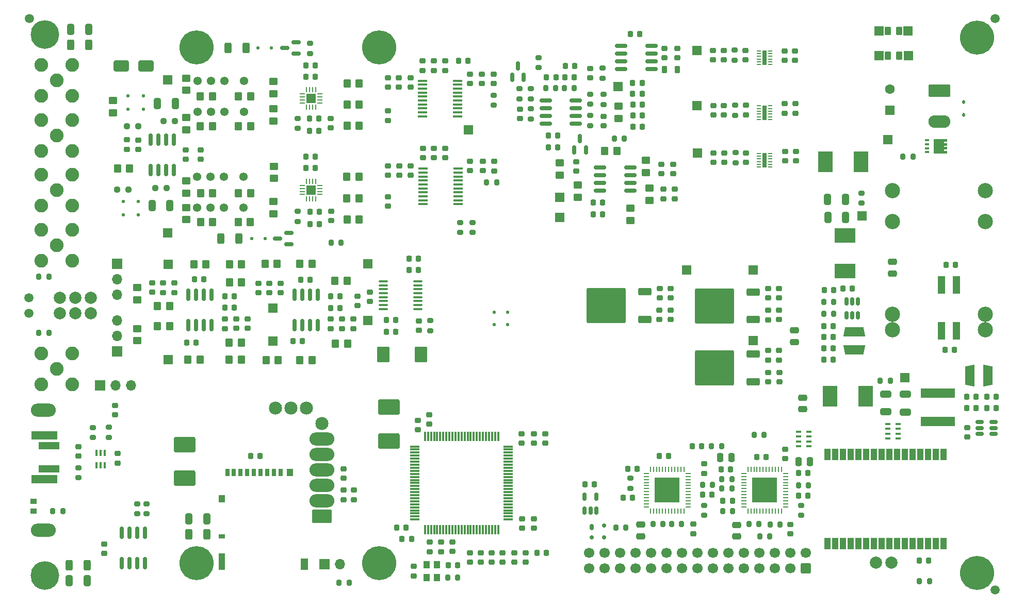
<source format=gts>
%TF.GenerationSoftware,KiCad,Pcbnew,8.0.8*%
%TF.CreationDate,2025-02-17T12:12:58+01:00*%
%TF.ProjectId,AD DA module,41442044-4120-46d6-9f64-756c652e6b69,rev?*%
%TF.SameCoordinates,Original*%
%TF.FileFunction,Soldermask,Top*%
%TF.FilePolarity,Negative*%
%FSLAX46Y46*%
G04 Gerber Fmt 4.6, Leading zero omitted, Abs format (unit mm)*
G04 Created by KiCad (PCBNEW 8.0.8) date 2025-02-17 12:12:58*
%MOMM*%
%LPD*%
G01*
G04 APERTURE LIST*
G04 Aperture macros list*
%AMRoundRect*
0 Rectangle with rounded corners*
0 $1 Rounding radius*
0 $2 $3 $4 $5 $6 $7 $8 $9 X,Y pos of 4 corners*
0 Add a 4 corners polygon primitive as box body*
4,1,4,$2,$3,$4,$5,$6,$7,$8,$9,$2,$3,0*
0 Add four circle primitives for the rounded corners*
1,1,$1+$1,$2,$3*
1,1,$1+$1,$4,$5*
1,1,$1+$1,$6,$7*
1,1,$1+$1,$8,$9*
0 Add four rect primitives between the rounded corners*
20,1,$1+$1,$2,$3,$4,$5,0*
20,1,$1+$1,$4,$5,$6,$7,0*
20,1,$1+$1,$6,$7,$8,$9,0*
20,1,$1+$1,$8,$9,$2,$3,0*%
%AMOutline4P*
0 Free polygon, 4 corners , with rotation*
0 The origin of the aperture is its center*
0 number of corners: always 4*
0 $1 to $8 corner X, Y*
0 $9 Rotation angle, in degrees counterclockwise*
0 create outline with 4 corners*
4,1,4,$1,$2,$3,$4,$5,$6,$7,$8,$1,$2,$9*%
%AMFreePoly0*
4,1,17,1.395000,0.765000,0.855000,0.765000,0.855000,0.535000,1.395000,0.535000,1.395000,0.115000,0.855000,0.115000,0.855000,-0.115000,1.395000,-0.115000,1.395000,-0.535000,0.855000,-0.535000,0.855000,-0.765000,1.395000,-0.765000,1.395000,-1.185000,-0.855000,-1.185000,-0.855000,1.185000,1.395000,1.185000,1.395000,0.765000,1.395000,0.765000,$1*%
G04 Aperture macros list end*
%ADD10RoundRect,0.200000X-0.275000X0.200000X-0.275000X-0.200000X0.275000X-0.200000X0.275000X0.200000X0*%
%ADD11RoundRect,0.225000X0.225000X0.250000X-0.225000X0.250000X-0.225000X-0.250000X0.225000X-0.250000X0*%
%ADD12RoundRect,0.225000X0.250000X-0.225000X0.250000X0.225000X-0.250000X0.225000X-0.250000X-0.225000X0*%
%ADD13RoundRect,0.225000X-0.250000X0.225000X-0.250000X-0.225000X0.250000X-0.225000X0.250000X0.225000X0*%
%ADD14RoundRect,0.250000X0.350000X0.450000X-0.350000X0.450000X-0.350000X-0.450000X0.350000X-0.450000X0*%
%ADD15RoundRect,0.250000X-0.350000X-0.450000X0.350000X-0.450000X0.350000X0.450000X-0.350000X0.450000X0*%
%ADD16R,1.000000X0.900000*%
%ADD17RoundRect,0.200000X0.200000X0.275000X-0.200000X0.275000X-0.200000X-0.275000X0.200000X-0.275000X0*%
%ADD18RoundRect,0.225000X-0.225000X-0.250000X0.225000X-0.250000X0.225000X0.250000X-0.225000X0.250000X0*%
%ADD19R,1.200000X3.000000*%
%ADD20RoundRect,0.100000X-0.675000X-0.100000X0.675000X-0.100000X0.675000X0.100000X-0.675000X0.100000X0*%
%ADD21RoundRect,0.200000X0.275000X-0.200000X0.275000X0.200000X-0.275000X0.200000X-0.275000X-0.200000X0*%
%ADD22RoundRect,0.112500X-0.112500X0.187500X-0.112500X-0.187500X0.112500X-0.187500X0.112500X0.187500X0*%
%ADD23RoundRect,0.150000X0.150000X-0.587500X0.150000X0.587500X-0.150000X0.587500X-0.150000X-0.587500X0*%
%ADD24RoundRect,0.250000X-0.325000X-0.650000X0.325000X-0.650000X0.325000X0.650000X-0.325000X0.650000X0*%
%ADD25RoundRect,0.250000X-0.312500X-0.625000X0.312500X-0.625000X0.312500X0.625000X-0.312500X0.625000X0*%
%ADD26R,2.413000X3.429000*%
%ADD27RoundRect,0.062500X0.062500X-0.375000X0.062500X0.375000X-0.062500X0.375000X-0.062500X-0.375000X0*%
%ADD28RoundRect,0.062500X0.375000X-0.062500X0.375000X0.062500X-0.375000X0.062500X-0.375000X-0.062500X0*%
%ADD29R,4.100000X4.100000*%
%ADD30RoundRect,0.250000X-0.450000X0.350000X-0.450000X-0.350000X0.450000X-0.350000X0.450000X0.350000X0*%
%ADD31RoundRect,0.250000X0.450000X-0.350000X0.450000X0.350000X-0.450000X0.350000X-0.450000X-0.350000X0*%
%ADD32RoundRect,0.062500X-0.375000X-0.062500X0.375000X-0.062500X0.375000X0.062500X-0.375000X0.062500X0*%
%ADD33RoundRect,0.062500X-0.062500X-0.375000X0.062500X-0.375000X0.062500X0.375000X-0.062500X0.375000X0*%
%ADD34R,1.600000X1.600000*%
%ADD35RoundRect,0.200000X-0.200000X-0.275000X0.200000X-0.275000X0.200000X0.275000X-0.200000X0.275000X0*%
%ADD36RoundRect,0.150000X0.825000X0.150000X-0.825000X0.150000X-0.825000X-0.150000X0.825000X-0.150000X0*%
%ADD37RoundRect,0.250000X-0.475000X0.250000X-0.475000X-0.250000X0.475000X-0.250000X0.475000X0.250000X0*%
%ADD38C,1.500000*%
%ADD39RoundRect,0.218750X-0.218750X-0.256250X0.218750X-0.256250X0.218750X0.256250X-0.218750X0.256250X0*%
%ADD40C,2.000000*%
%ADD41C,5.600000*%
%ADD42RoundRect,0.150000X-0.150000X0.825000X-0.150000X-0.825000X0.150000X-0.825000X0.150000X0.825000X0*%
%ADD43Outline4P,-1.500000X-0.725000X1.500000X-0.725000X1.800000X0.725000X-1.800000X0.725000X90.000000*%
%ADD44Outline4P,-1.800000X-0.725000X1.800000X-0.725000X1.500000X0.725000X-1.500000X0.725000X90.000000*%
%ADD45RoundRect,0.218750X0.256250X-0.218750X0.256250X0.218750X-0.256250X0.218750X-0.256250X-0.218750X0*%
%ADD46RoundRect,0.237500X0.250000X0.237500X-0.250000X0.237500X-0.250000X-0.237500X0.250000X-0.237500X0*%
%ADD47C,2.250000*%
%ADD48RoundRect,0.100000X-0.637500X-0.100000X0.637500X-0.100000X0.637500X0.100000X-0.637500X0.100000X0*%
%ADD49RoundRect,0.250000X0.250000X0.475000X-0.250000X0.475000X-0.250000X-0.475000X0.250000X-0.475000X0*%
%ADD50RoundRect,0.250000X0.325000X0.650000X-0.325000X0.650000X-0.325000X-0.650000X0.325000X-0.650000X0*%
%ADD51RoundRect,0.249999X1.500001X-1.025001X1.500001X1.025001X-1.500001X1.025001X-1.500001X-1.025001X0*%
%ADD52R,0.700000X0.250000*%
%ADD53R,0.640000X2.400000*%
%ADD54RoundRect,0.250000X-0.250000X-0.475000X0.250000X-0.475000X0.250000X0.475000X-0.250000X0.475000X0*%
%ADD55RoundRect,0.125000X0.125000X-0.125000X0.125000X0.125000X-0.125000X0.125000X-0.125000X-0.125000X0*%
%ADD56R,5.700000X1.600000*%
%ADD57RoundRect,0.175000X-0.175000X-0.325000X0.175000X-0.325000X0.175000X0.325000X-0.175000X0.325000X0*%
%ADD58RoundRect,0.150000X-0.200000X-0.150000X0.200000X-0.150000X0.200000X0.150000X-0.200000X0.150000X0*%
%ADD59R,1.100000X1.300000*%
%ADD60C,4.700000*%
%ADD61R,0.700000X1.200000*%
%ADD62R,1.000000X0.800000*%
%ADD63R,1.000000X1.200000*%
%ADD64R,1.000000X2.800000*%
%ADD65R,1.300000X1.900000*%
%ADD66R,1.066800X1.879600*%
%ADD67RoundRect,0.218750X0.218750X0.256250X-0.218750X0.256250X-0.218750X-0.256250X0.218750X-0.256250X0*%
%ADD68RoundRect,0.125000X-0.125000X0.125000X-0.125000X-0.125000X0.125000X-0.125000X0.125000X0.125000X0*%
%ADD69RoundRect,0.218750X0.218750X0.381250X-0.218750X0.381250X-0.218750X-0.381250X0.218750X-0.381250X0*%
%ADD70RoundRect,0.125000X-0.125000X-0.125000X0.125000X-0.125000X0.125000X0.125000X-0.125000X0.125000X0*%
%ADD71RoundRect,0.250000X0.312500X0.625000X-0.312500X0.625000X-0.312500X-0.625000X0.312500X-0.625000X0*%
%ADD72RoundRect,0.150000X0.150000X-0.825000X0.150000X0.825000X-0.150000X0.825000X-0.150000X-0.825000X0*%
%ADD73R,3.429000X2.413000*%
%ADD74RoundRect,0.150000X0.587500X0.150000X-0.587500X0.150000X-0.587500X-0.150000X0.587500X-0.150000X0*%
%ADD75R,0.900000X0.400000*%
%ADD76RoundRect,0.150000X0.150000X-0.512500X0.150000X0.512500X-0.150000X0.512500X-0.150000X-0.512500X0*%
%ADD77R,0.400000X1.000000*%
%ADD78RoundRect,0.250000X0.850000X0.350000X-0.850000X0.350000X-0.850000X-0.350000X0.850000X-0.350000X0*%
%ADD79RoundRect,0.249997X2.950003X2.650003X-2.950003X2.650003X-2.950003X-2.650003X2.950003X-2.650003X0*%
%ADD80RoundRect,0.250000X0.262500X0.450000X-0.262500X0.450000X-0.262500X-0.450000X0.262500X-0.450000X0*%
%ADD81RoundRect,0.250000X-0.650000X0.325000X-0.650000X-0.325000X0.650000X-0.325000X0.650000X0.325000X0*%
%ADD82RoundRect,0.105000X-0.245000X-0.105000X0.245000X-0.105000X0.245000X0.105000X-0.245000X0.105000X0*%
%ADD83FreePoly0,0.000000*%
%ADD84R,3.400000X1.250000*%
%ADD85R,4.300000X1.450000*%
%ADD86RoundRect,0.250000X0.787500X1.025000X-0.787500X1.025000X-0.787500X-1.025000X0.787500X-1.025000X0*%
%ADD87RoundRect,0.250000X1.000000X0.650000X-1.000000X0.650000X-1.000000X-0.650000X1.000000X-0.650000X0*%
%ADD88Outline4P,-1.500000X-0.725000X1.500000X-0.725000X1.800000X0.725000X-1.800000X0.725000X180.000000*%
%ADD89Outline4P,-1.800000X-0.725000X1.800000X-0.725000X1.500000X0.725000X-1.500000X0.725000X180.000000*%
%ADD90RoundRect,0.150000X0.512500X0.150000X-0.512500X0.150000X-0.512500X-0.150000X0.512500X-0.150000X0*%
%ADD91RoundRect,0.075000X0.075000X-0.725000X0.075000X0.725000X-0.075000X0.725000X-0.075000X-0.725000X0*%
%ADD92RoundRect,0.075000X0.725000X-0.075000X0.725000X0.075000X-0.725000X0.075000X-0.725000X-0.075000X0*%
%ADD93R,1.500000X1.500000*%
%ADD94R,1.700000X1.700000*%
%ADD95O,1.700000X1.700000*%
%ADD96RoundRect,0.101600X1.500000X0.975000X-1.500000X0.975000X-1.500000X-0.975000X1.500000X-0.975000X0*%
%ADD97O,4.103200X2.153200*%
%ADD98C,2.153200*%
%ADD99C,1.381000*%
%ADD100RoundRect,0.249999X-1.550001X0.790001X-1.550001X-0.790001X1.550001X-0.790001X1.550001X0.790001X0*%
%ADD101O,3.600000X2.080000*%
%ADD102C,2.500000*%
%ADD103C,1.600000*%
%ADD104RoundRect,0.250000X0.600000X-0.600000X0.600000X0.600000X-0.600000X0.600000X-0.600000X-0.600000X0*%
%ADD105C,1.700000*%
G04 APERTURE END LIST*
D10*
X95250000Y-15345000D03*
X95250000Y-16995000D03*
D11*
X132895000Y-58940000D03*
X131345000Y-58940000D03*
D12*
X111760000Y-77610000D03*
X111760000Y-76060000D03*
D11*
X28360000Y-56125000D03*
X26810000Y-56125000D03*
D13*
X82460000Y-90685000D03*
X82460000Y-92235000D03*
D11*
X61115000Y-54340000D03*
X59565000Y-54340000D03*
D14*
X55130000Y-35910000D03*
X53130000Y-35910000D03*
D15*
X53100000Y-28910000D03*
X55100000Y-28910000D03*
D11*
X159665000Y-65050000D03*
X158115000Y-65050000D03*
D12*
X65610000Y-25735000D03*
X65610000Y-24185000D03*
D15*
X29060000Y-20550000D03*
X31060000Y-20550000D03*
D11*
X111335000Y-73150000D03*
X109785000Y-73150000D03*
X62805000Y-86560000D03*
X61255000Y-86560000D03*
D16*
X1700000Y-82200000D03*
X1700000Y-83800000D03*
D11*
X101165000Y-5410000D03*
X99615000Y-5410000D03*
D12*
X40405000Y-47910000D03*
X40405000Y-46360000D03*
X104395000Y-52357500D03*
X104395000Y-50807500D03*
D15*
X22005000Y-50135000D03*
X24005000Y-50135000D03*
D13*
X54810000Y-48485000D03*
X54810000Y-50035000D03*
D12*
X124060000Y-62555000D03*
X124060000Y-61005000D03*
D14*
X41835000Y-58975000D03*
X39835000Y-58975000D03*
D12*
X18865000Y-24370000D03*
X18865000Y-22820000D03*
D11*
X132905000Y-57080000D03*
X131355000Y-57080000D03*
D17*
X114575000Y-73160000D03*
X112925000Y-73160000D03*
D14*
X53210000Y-56310000D03*
X51210000Y-56310000D03*
D15*
X53080000Y-32410000D03*
X55080000Y-32410000D03*
D18*
X111493000Y-81153000D03*
X113043000Y-81153000D03*
D19*
X153180000Y-46660000D03*
X150680000Y-46660000D03*
X150680000Y-54160000D03*
X153180000Y-54160000D03*
D20*
X65540000Y-13100000D03*
X65540000Y-13750000D03*
X65540000Y-14400000D03*
X65540000Y-15050000D03*
X65540000Y-15700000D03*
X65540000Y-16350000D03*
X65540000Y-17000000D03*
X65540000Y-17650000D03*
X65540000Y-18300000D03*
X65540000Y-18950000D03*
X71290000Y-18950000D03*
X71290000Y-18300000D03*
X71290000Y-17650000D03*
X71290000Y-17000000D03*
X71290000Y-16350000D03*
X71290000Y-15700000D03*
X71290000Y-15050000D03*
X71290000Y-14400000D03*
X71290000Y-13750000D03*
X71290000Y-13100000D03*
D21*
X45060000Y-36205000D03*
X45060000Y-34555000D03*
D17*
X4195000Y-45260000D03*
X2545000Y-45260000D03*
D15*
X22025000Y-53385000D03*
X24025000Y-53385000D03*
D18*
X93495000Y-35090000D03*
X95045000Y-35090000D03*
D13*
X77220000Y-12025000D03*
X77220000Y-13575000D03*
D12*
X124990000Y-26235000D03*
X124990000Y-24685000D03*
D18*
X127241000Y-81280000D03*
X128791000Y-81280000D03*
D22*
X154340000Y-16580000D03*
X154340000Y-18680000D03*
D23*
X80200000Y-12547500D03*
X82100000Y-12547500D03*
X81150000Y-10672500D03*
D12*
X90720000Y-27975000D03*
X90720000Y-26425000D03*
D18*
X93495000Y-33100000D03*
X95045000Y-33100000D03*
D24*
X22000000Y-16850000D03*
X24950000Y-16850000D03*
X7796000Y-4699000D03*
X10746000Y-4699000D03*
D18*
X100015000Y-17010000D03*
X101565000Y-17010000D03*
D14*
X35825000Y-43255000D03*
X33825000Y-43255000D03*
D13*
X68540000Y-88925000D03*
X68540000Y-90475000D03*
X59830000Y-27082500D03*
X59830000Y-28632500D03*
D25*
X7808500Y-7239000D03*
X10733500Y-7239000D03*
D12*
X52325000Y-53830000D03*
X52325000Y-52280000D03*
D13*
X118565000Y-17135000D03*
X118565000Y-18685000D03*
D26*
X132368000Y-64910000D03*
X138210000Y-64910000D03*
D27*
X102905500Y-83816500D03*
X103405500Y-83816500D03*
X103905500Y-83816500D03*
X104405500Y-83816500D03*
X104905500Y-83816500D03*
X105405500Y-83816500D03*
X105905500Y-83816500D03*
X106405500Y-83816500D03*
X106905500Y-83816500D03*
X107405500Y-83816500D03*
X107905500Y-83816500D03*
X108405500Y-83816500D03*
D28*
X109093000Y-83129000D03*
X109093000Y-82629000D03*
X109093000Y-82129000D03*
X109093000Y-81629000D03*
X109093000Y-81129000D03*
X109093000Y-80629000D03*
X109093000Y-80129000D03*
X109093000Y-79629000D03*
X109093000Y-79129000D03*
X109093000Y-78629000D03*
X109093000Y-78129000D03*
X109093000Y-77629000D03*
D27*
X108405500Y-76941500D03*
X107905500Y-76941500D03*
X107405500Y-76941500D03*
X106905500Y-76941500D03*
X106405500Y-76941500D03*
X105905500Y-76941500D03*
X105405500Y-76941500D03*
X104905500Y-76941500D03*
X104405500Y-76941500D03*
X103905500Y-76941500D03*
X103405500Y-76941500D03*
X102905500Y-76941500D03*
D28*
X102218000Y-77629000D03*
X102218000Y-78129000D03*
X102218000Y-78629000D03*
X102218000Y-79129000D03*
X102218000Y-79629000D03*
X102218000Y-80129000D03*
X102218000Y-80629000D03*
X102218000Y-81129000D03*
X102218000Y-81629000D03*
X102218000Y-82129000D03*
X102218000Y-82629000D03*
X102218000Y-83129000D03*
D29*
X105655500Y-80379000D03*
D18*
X154825000Y-66900000D03*
X156375000Y-66900000D03*
D12*
X9030000Y-74755000D03*
X9030000Y-73205000D03*
D11*
X148603000Y-91948000D03*
X147053000Y-91948000D03*
D17*
X124205000Y-85990000D03*
X122555000Y-85990000D03*
D13*
X85680000Y-71085000D03*
X85680000Y-72635000D03*
X77320000Y-26365000D03*
X77320000Y-27915000D03*
D12*
X24775000Y-47890000D03*
X24775000Y-46340000D03*
D30*
X102150000Y-26200000D03*
X102150000Y-28200000D03*
D17*
X122491000Y-88011000D03*
X120841000Y-88011000D03*
D12*
X124905000Y-9735000D03*
X124905000Y-8185000D03*
D13*
X109982000Y-85966000D03*
X109982000Y-87516000D03*
X122230000Y-61025000D03*
X122230000Y-62575000D03*
D12*
X104740000Y-28355000D03*
X104740000Y-26805000D03*
D31*
X41080000Y-19710000D03*
X41080000Y-17710000D03*
D14*
X47395000Y-43155000D03*
X45395000Y-43155000D03*
D32*
X45785000Y-30290000D03*
X45785000Y-30790000D03*
X45785000Y-31290000D03*
X45785000Y-31790000D03*
D33*
X46472500Y-32477500D03*
X46972500Y-32477500D03*
X47472500Y-32477500D03*
X47972500Y-32477500D03*
D32*
X48660000Y-31790000D03*
X48660000Y-31290000D03*
X48660000Y-30790000D03*
X48660000Y-30290000D03*
D33*
X47972500Y-29602500D03*
X47472500Y-29602500D03*
X46972500Y-29602500D03*
X46472500Y-29602500D03*
D34*
X47222500Y-31040000D03*
D35*
X111443000Y-79502000D03*
X113093000Y-79502000D03*
D15*
X53125000Y-17010000D03*
X55125000Y-17010000D03*
D17*
X108013000Y-85979000D03*
X106363000Y-85979000D03*
D36*
X103080000Y-11180000D03*
X103080000Y-9910000D03*
X103080000Y-8640000D03*
X103080000Y-7370000D03*
X98130000Y-7370000D03*
X98130000Y-8640000D03*
X98130000Y-9910000D03*
X98130000Y-11180000D03*
D11*
X100755000Y-76870000D03*
X99205000Y-76870000D03*
D13*
X122210000Y-47245000D03*
X122210000Y-48795000D03*
D36*
X90695000Y-20150000D03*
X90695000Y-18880000D03*
X90695000Y-17610000D03*
X90695000Y-16340000D03*
X85745000Y-16340000D03*
X85745000Y-17610000D03*
X85745000Y-18880000D03*
X85745000Y-20150000D03*
D37*
X117070000Y-86080000D03*
X117070000Y-87980000D03*
D38*
X1016000Y-2921000D03*
D15*
X35290000Y-15640000D03*
X37290000Y-15640000D03*
D39*
X84282500Y-90650000D03*
X85857500Y-90650000D03*
D40*
X6000000Y-51270000D03*
X8540000Y-51270000D03*
X11080000Y-51270000D03*
X6000000Y-48730000D03*
X8540000Y-48730000D03*
X11080000Y-48730000D03*
D38*
X920000Y-51270000D03*
X920000Y-48730000D03*
D23*
X90420000Y-24487500D03*
X92320000Y-24487500D03*
X91370000Y-22612500D03*
D30*
X90990000Y-30260000D03*
X90990000Y-32260000D03*
X99590000Y-34040000D03*
X99590000Y-36040000D03*
D14*
X55125000Y-20510000D03*
X53125000Y-20510000D03*
D41*
X58400000Y-92400000D03*
D20*
X65610000Y-27550000D03*
X65610000Y-28200000D03*
X65610000Y-28850000D03*
X65610000Y-29500000D03*
X65610000Y-30150000D03*
X65610000Y-30800000D03*
X65610000Y-31450000D03*
X65610000Y-32100000D03*
X65610000Y-32750000D03*
X65610000Y-33400000D03*
X71360000Y-33400000D03*
X71360000Y-32750000D03*
X71360000Y-32100000D03*
X71360000Y-31450000D03*
X71360000Y-30800000D03*
X71360000Y-30150000D03*
X71360000Y-29500000D03*
X71360000Y-28850000D03*
X71360000Y-28200000D03*
X71360000Y-27550000D03*
D13*
X13270000Y-89205000D03*
X13270000Y-90755000D03*
D42*
X24695000Y-22805000D03*
X23425000Y-22805000D03*
X22155000Y-22805000D03*
X20885000Y-22805000D03*
X20885000Y-27755000D03*
X22155000Y-27755000D03*
X23425000Y-27755000D03*
X24695000Y-27755000D03*
D43*
X158305000Y-61560000D03*
D44*
X155355000Y-61560000D03*
D45*
X15030000Y-68007500D03*
X15030000Y-66432500D03*
D10*
X99630000Y-78435000D03*
X99630000Y-80085000D03*
D18*
X46970000Y-21320000D03*
X48520000Y-21320000D03*
D12*
X69210000Y-25775000D03*
X69210000Y-24225000D03*
D13*
X26680000Y-24435000D03*
X26680000Y-25985000D03*
D25*
X27177500Y-87640000D03*
X30102500Y-87640000D03*
D46*
X17212500Y-31020000D03*
X15387500Y-31020000D03*
D12*
X124050000Y-52355000D03*
X124050000Y-50805000D03*
D10*
X137560000Y-31555000D03*
X137560000Y-33205000D03*
D11*
X47910000Y-12440000D03*
X46360000Y-12440000D03*
D13*
X126730000Y-16885000D03*
X126730000Y-18435000D03*
D30*
X26750000Y-12660000D03*
X26750000Y-14660000D03*
D47*
X5500000Y-13000000D03*
X2960000Y-15540000D03*
X8040000Y-15540000D03*
X2960000Y-10460000D03*
X8040000Y-10460000D03*
D14*
X29960000Y-43250000D03*
X27960000Y-43250000D03*
D48*
X59035000Y-46065000D03*
X59035000Y-46715000D03*
X59035000Y-47365000D03*
X59035000Y-48015000D03*
X59035000Y-48665000D03*
X59035000Y-49315000D03*
X59035000Y-49965000D03*
X59035000Y-50615000D03*
X64760000Y-50615000D03*
X64760000Y-49965000D03*
X64760000Y-49315000D03*
X64760000Y-48665000D03*
X64760000Y-48015000D03*
X64760000Y-47365000D03*
X64760000Y-46715000D03*
X64760000Y-46065000D03*
D10*
X93030000Y-15325000D03*
X93030000Y-16975000D03*
D49*
X116266000Y-75057000D03*
X114366000Y-75057000D03*
D21*
X45055000Y-20925000D03*
X45055000Y-19275000D03*
D50*
X134955000Y-32620000D03*
X132005000Y-32620000D03*
D12*
X54165000Y-53830000D03*
X54165000Y-52280000D03*
D15*
X29070000Y-36340000D03*
X31070000Y-36340000D03*
D12*
X61710000Y-28632500D03*
X61710000Y-27082500D03*
D11*
X47070000Y-45815000D03*
X45520000Y-45815000D03*
D13*
X113150000Y-8140000D03*
X113150000Y-9690000D03*
D12*
X113240000Y-26525000D03*
X113240000Y-24975000D03*
D51*
X26500000Y-78425000D03*
X26500000Y-72875000D03*
D13*
X118610000Y-24965000D03*
X118610000Y-26515000D03*
X59820000Y-12632500D03*
X59820000Y-14182500D03*
X64895000Y-52540000D03*
X64895000Y-54090000D03*
D52*
X122550000Y-10450000D03*
X122550000Y-10000000D03*
X122550000Y-9550000D03*
X122550000Y-9100000D03*
X122550000Y-8650000D03*
X122550000Y-8200000D03*
X120700000Y-8200000D03*
X120700000Y-8650000D03*
X120700000Y-9100000D03*
X120700000Y-9550000D03*
X120700000Y-10000000D03*
X120700000Y-10450000D03*
D53*
X121625000Y-9325000D03*
D41*
X156503000Y-93997000D03*
D15*
X35270000Y-36340000D03*
X37270000Y-36340000D03*
D12*
X124040000Y-48785000D03*
X124040000Y-47235000D03*
D11*
X132925000Y-53400000D03*
X131375000Y-53400000D03*
D37*
X127930000Y-65160000D03*
X127930000Y-67060000D03*
D24*
X7542000Y-95250000D03*
X10492000Y-95250000D03*
D12*
X124930000Y-18435000D03*
X124930000Y-16885000D03*
D54*
X127193000Y-75692000D03*
X129093000Y-75692000D03*
D35*
X69655000Y-94760000D03*
X71305000Y-94760000D03*
D18*
X131435000Y-47540000D03*
X132985000Y-47540000D03*
D30*
X102800000Y-30760000D03*
X102800000Y-32760000D03*
D13*
X50455000Y-19275000D03*
X50455000Y-20825000D03*
D10*
X95040000Y-11025000D03*
X95040000Y-12675000D03*
D12*
X81780000Y-72635000D03*
X81780000Y-71085000D03*
D11*
X51990000Y-50435000D03*
X50440000Y-50435000D03*
D55*
X17140000Y-17787500D03*
X17140000Y-15587500D03*
D12*
X114967500Y-9685000D03*
X114967500Y-8135000D03*
D13*
X78600000Y-90695000D03*
X78600000Y-92245000D03*
D17*
X146025000Y-25570000D03*
X144375000Y-25570000D03*
D11*
X38875000Y-74803000D03*
X37325000Y-74803000D03*
D41*
X28400000Y-92400000D03*
D56*
X150130000Y-64420000D03*
X150130000Y-69120000D03*
D12*
X69200000Y-11412500D03*
X69200000Y-9862500D03*
D13*
X73320000Y-11985000D03*
X73320000Y-13535000D03*
D57*
X93300000Y-86430000D03*
D58*
X93300000Y-88130000D03*
X95300000Y-88130000D03*
X95300000Y-86230000D03*
D59*
X66212500Y-92610000D03*
X66212500Y-94710000D03*
X67862500Y-94710000D03*
X67862500Y-92610000D03*
D38*
X159512000Y-2921000D03*
D12*
X36775000Y-53790000D03*
X36775000Y-52240000D03*
X106930000Y-32485000D03*
X106930000Y-30935000D03*
D60*
X3556000Y-5512000D03*
D13*
X105050000Y-30935000D03*
X105050000Y-32485000D03*
D35*
X119945000Y-71250000D03*
X121595000Y-71250000D03*
D12*
X42235000Y-47910000D03*
X42235000Y-46360000D03*
D11*
X101615000Y-20670000D03*
X100065000Y-20670000D03*
D12*
X38565000Y-47910000D03*
X38565000Y-46360000D03*
X106205000Y-48767500D03*
X106205000Y-47217500D03*
D10*
X93030000Y-18835000D03*
X93030000Y-20485000D03*
D61*
X42195000Y-77470000D03*
X41095000Y-77470000D03*
X39995000Y-77470000D03*
X38895000Y-77470000D03*
X37795000Y-77470000D03*
X36695000Y-77470000D03*
X35595000Y-77470000D03*
X34495000Y-77470000D03*
X33545000Y-77470000D03*
D62*
X32595000Y-87970000D03*
D63*
X32595000Y-81770000D03*
D64*
X32595000Y-92120000D03*
D63*
X43745000Y-77470000D03*
D65*
X46095000Y-92570000D03*
D17*
X4195000Y-54550000D03*
X2545000Y-54550000D03*
D11*
X87705000Y-22090000D03*
X86155000Y-22090000D03*
X90515000Y-10640000D03*
X88965000Y-10640000D03*
D12*
X115070000Y-26515000D03*
X115070000Y-24965000D03*
D31*
X41080000Y-15224000D03*
X41080000Y-13224000D03*
D37*
X142640000Y-42860000D03*
X142640000Y-44760000D03*
D15*
X35310000Y-20570000D03*
X37310000Y-20570000D03*
D12*
X59820000Y-19605000D03*
X59820000Y-18055000D03*
D52*
X122560000Y-27300000D03*
X122560000Y-26850000D03*
X122560000Y-26400000D03*
X122560000Y-25950000D03*
X122560000Y-25500000D03*
X122560000Y-25050000D03*
X120710000Y-25050000D03*
X120710000Y-25500000D03*
X120710000Y-25950000D03*
X120710000Y-26400000D03*
X120710000Y-26850000D03*
X120710000Y-27300000D03*
D53*
X121635000Y-26175000D03*
D66*
X151003000Y-74549000D03*
X149733000Y-74549000D03*
X148463000Y-74549000D03*
X147193000Y-74549000D03*
X145923000Y-74549000D03*
X144653000Y-74549000D03*
X143383000Y-74549000D03*
X142113000Y-74549000D03*
X140843000Y-74549000D03*
X139573000Y-74549000D03*
X138303000Y-74549000D03*
X137033000Y-74549000D03*
X135763000Y-74549000D03*
X134493000Y-74549000D03*
X133223000Y-74549000D03*
X131953000Y-74549000D03*
X131953000Y-89189052D03*
X133223000Y-89189052D03*
X134493000Y-89189052D03*
X135763000Y-89189052D03*
X137033000Y-89189052D03*
X138303000Y-89189052D03*
X139573000Y-89189052D03*
X140843000Y-89189052D03*
X142113000Y-89189052D03*
X143383000Y-89189052D03*
X144653000Y-89189052D03*
X145923000Y-89189052D03*
X147193000Y-89189052D03*
X148463000Y-89189052D03*
X149733000Y-89189052D03*
X151003000Y-89189052D03*
D13*
X75380000Y-26335000D03*
X75380000Y-27885000D03*
D37*
X126570000Y-54120000D03*
X126570000Y-56020000D03*
D14*
X35795000Y-58965000D03*
X33795000Y-58965000D03*
D35*
X50505000Y-39710000D03*
X52155000Y-39710000D03*
D26*
X131639000Y-26430000D03*
X137481000Y-26430000D03*
D67*
X72977500Y-9850000D03*
X71402500Y-9850000D03*
D18*
X99995000Y-13460000D03*
X101545000Y-13460000D03*
D13*
X50490000Y-34545000D03*
X50490000Y-36095000D03*
D68*
X19730000Y-15610000D03*
X19730000Y-17810000D03*
D11*
X48530000Y-19320000D03*
X46980000Y-19320000D03*
D18*
X100005000Y-15245000D03*
X101555000Y-15245000D03*
D12*
X81470000Y-19325000D03*
X81470000Y-17775000D03*
D11*
X152810000Y-57320000D03*
X151260000Y-57320000D03*
D69*
X107342500Y-11300000D03*
X105217500Y-11300000D03*
D13*
X66610000Y-68005000D03*
X66610000Y-69555000D03*
D12*
X65470000Y-11412500D03*
X65470000Y-9862500D03*
D11*
X136035000Y-47250000D03*
X134485000Y-47250000D03*
D70*
X77259000Y-51181000D03*
X79459000Y-51181000D03*
D15*
X35280000Y-31580000D03*
X37280000Y-31580000D03*
D12*
X105220000Y-9335000D03*
X105220000Y-7785000D03*
X107350000Y-9355000D03*
X107350000Y-7805000D03*
D13*
X126767500Y-24695000D03*
X126767500Y-26245000D03*
D17*
X87395000Y-14320000D03*
X85745000Y-14320000D03*
D71*
X35342500Y-39010000D03*
X32417500Y-39010000D03*
D72*
X44475000Y-53240000D03*
X45745000Y-53240000D03*
X47015000Y-53240000D03*
X48285000Y-53240000D03*
X48285000Y-48290000D03*
X47015000Y-48290000D03*
X45745000Y-48290000D03*
X44475000Y-48290000D03*
D11*
X121933000Y-74930000D03*
X120383000Y-74930000D03*
D73*
X134830000Y-38559000D03*
X134830000Y-44401000D03*
D55*
X18870000Y-35117500D03*
X18870000Y-32917500D03*
D13*
X125040000Y-73645000D03*
X125040000Y-75195000D03*
D52*
X122557500Y-19477500D03*
X122557500Y-19027500D03*
X122557500Y-18577500D03*
X122557500Y-18127500D03*
X122557500Y-17677500D03*
X122557500Y-17227500D03*
X120707500Y-17227500D03*
X120707500Y-17677500D03*
X120707500Y-18127500D03*
X120707500Y-18577500D03*
X120707500Y-19027500D03*
X120707500Y-19477500D03*
D53*
X121632500Y-18352500D03*
D12*
X92990000Y-12625000D03*
X92990000Y-11075000D03*
X61650000Y-14182500D03*
X61650000Y-12632500D03*
D74*
X43617500Y-39960000D03*
X43617500Y-38060000D03*
X41742500Y-39010000D03*
D75*
X128960000Y-73160000D03*
X128960000Y-72360000D03*
X128960000Y-71560000D03*
X128960000Y-70760000D03*
X127260000Y-70760000D03*
X127260000Y-71560000D03*
X127260000Y-72360000D03*
X127260000Y-73160000D03*
D10*
X73730000Y-36395000D03*
X73730000Y-38045000D03*
D12*
X63520000Y-14182500D03*
X63520000Y-12632500D03*
D17*
X116268000Y-80137000D03*
X114618000Y-80137000D03*
D12*
X76860000Y-92245000D03*
X76860000Y-90695000D03*
X22945000Y-47890000D03*
X22945000Y-46340000D03*
D13*
X118547500Y-8145000D03*
X118547500Y-9695000D03*
D18*
X47045000Y-36690000D03*
X48595000Y-36690000D03*
D13*
X56860000Y-47815000D03*
X56860000Y-49365000D03*
D35*
X140615000Y-62360000D03*
X142265000Y-62360000D03*
D12*
X80540000Y-92245000D03*
X80540000Y-90695000D03*
D41*
X28396000Y-7602000D03*
D10*
X18680000Y-82615000D03*
X18680000Y-84265000D03*
X71690000Y-36405000D03*
X71690000Y-38055000D03*
D14*
X29020000Y-58920000D03*
X27020000Y-58920000D03*
D18*
X154825000Y-65050000D03*
X156375000Y-65050000D03*
D11*
X29640000Y-45735000D03*
X28090000Y-45735000D03*
D76*
X92120000Y-83747500D03*
X93070000Y-83747500D03*
X94020000Y-83747500D03*
X94020000Y-81472500D03*
X92120000Y-81472500D03*
D18*
X63270000Y-42325000D03*
X64820000Y-42325000D03*
D12*
X64730000Y-70455000D03*
X64730000Y-68905000D03*
X124050000Y-58985000D03*
X124050000Y-57435000D03*
D13*
X17035000Y-22815000D03*
X17035000Y-24365000D03*
D11*
X63705000Y-88360000D03*
X62155000Y-88360000D03*
D12*
X73330000Y-92245000D03*
X73330000Y-90695000D03*
D10*
X83310000Y-17725000D03*
X83310000Y-19375000D03*
D35*
X147055000Y-95360000D03*
X148705000Y-95360000D03*
D60*
X3556000Y-94412000D03*
D17*
X53485000Y-95630000D03*
X51835000Y-95630000D03*
D18*
X46350000Y-10590000D03*
X47900000Y-10590000D03*
D36*
X99595000Y-31180000D03*
X99595000Y-29910000D03*
X99595000Y-28640000D03*
X99595000Y-27370000D03*
X94645000Y-27370000D03*
X94645000Y-28640000D03*
X94645000Y-29910000D03*
X94645000Y-31180000D03*
D13*
X70410000Y-88915000D03*
X70410000Y-90465000D03*
D15*
X53125000Y-13510000D03*
X55125000Y-13510000D03*
D14*
X53110000Y-45940000D03*
X51110000Y-45940000D03*
D11*
X34630000Y-50415000D03*
X33080000Y-50415000D03*
D77*
X12040000Y-76280000D03*
X12690000Y-76280000D03*
X13340000Y-76280000D03*
X13340000Y-74280000D03*
X12690000Y-74280000D03*
X12040000Y-74280000D03*
D21*
X11400000Y-71725000D03*
X11400000Y-70075000D03*
D76*
X135100000Y-51642500D03*
X136050000Y-51642500D03*
X137000000Y-51642500D03*
X137000000Y-49367500D03*
X136050000Y-49367500D03*
X135100000Y-49367500D03*
D11*
X48585000Y-34600000D03*
X47035000Y-34600000D03*
X47900000Y-27470000D03*
X46350000Y-27470000D03*
D21*
X9030000Y-78330000D03*
X9030000Y-76680000D03*
D78*
X119770000Y-52367500D03*
D79*
X113470000Y-50087500D03*
D78*
X119770000Y-47807500D03*
X101990000Y-52337500D03*
D79*
X95690000Y-50057500D03*
D78*
X101990000Y-47777500D03*
D30*
X18725000Y-47075000D03*
X18725000Y-49075000D03*
D12*
X83830000Y-72635000D03*
X83830000Y-71085000D03*
X67390000Y-25755000D03*
X67390000Y-24205000D03*
D11*
X116358000Y-82169000D03*
X114808000Y-82169000D03*
D21*
X77220000Y-17105000D03*
X77220000Y-15455000D03*
D12*
X113222500Y-18732500D03*
X113222500Y-17182500D03*
D18*
X88835000Y-12530000D03*
X90385000Y-12530000D03*
D13*
X106650000Y-26835000D03*
X106650000Y-28385000D03*
D38*
X159512000Y-96774000D03*
D10*
X116900000Y-24915000D03*
X116900000Y-26565000D03*
D14*
X47375000Y-58975000D03*
X45375000Y-58975000D03*
D11*
X116091000Y-76962000D03*
X114541000Y-76962000D03*
D12*
X52559000Y-81925000D03*
X52559000Y-80375000D03*
D80*
X143722500Y-4920000D03*
X141897500Y-4920000D03*
D11*
X71255000Y-92690000D03*
X69705000Y-92690000D03*
D13*
X73330000Y-26335000D03*
X73330000Y-27885000D03*
D35*
X127191000Y-79629000D03*
X128841000Y-79629000D03*
D13*
X64027500Y-92915000D03*
X64027500Y-94465000D03*
D17*
X98635000Y-22570000D03*
X96985000Y-22570000D03*
D80*
X143712500Y-9010000D03*
X141887500Y-9010000D03*
D35*
X131375000Y-49450000D03*
X133025000Y-49450000D03*
D11*
X132905000Y-55240000D03*
X131355000Y-55240000D03*
D12*
X54210000Y-81925000D03*
X54210000Y-80375000D03*
X21105000Y-47880000D03*
X21105000Y-46330000D03*
D10*
X116765000Y-8075000D03*
X116765000Y-9725000D03*
D17*
X98905000Y-86560000D03*
X97255000Y-86560000D03*
D11*
X51960000Y-48555000D03*
X50410000Y-48555000D03*
D15*
X29060000Y-15680000D03*
X31060000Y-15680000D03*
D14*
X35795000Y-56175000D03*
X33795000Y-56175000D03*
D25*
X7554500Y-92710000D03*
X10479500Y-92710000D03*
D72*
X27030000Y-53220000D03*
X28300000Y-53220000D03*
X29570000Y-53220000D03*
X30840000Y-53220000D03*
X30840000Y-48270000D03*
X29570000Y-48270000D03*
X28300000Y-48270000D03*
X27030000Y-48270000D03*
D81*
X141560000Y-64565000D03*
X141560000Y-67515000D03*
D13*
X122230000Y-50835000D03*
X122230000Y-52385000D03*
D37*
X101346000Y-86045000D03*
X101346000Y-87945000D03*
D13*
X15430000Y-74365000D03*
X15430000Y-75915000D03*
D10*
X83310000Y-14405000D03*
X83310000Y-16055000D03*
D24*
X21110000Y-33580000D03*
X24060000Y-33580000D03*
D12*
X34935000Y-53800000D03*
X34935000Y-52250000D03*
D13*
X106205000Y-50797500D03*
X106205000Y-52347500D03*
D11*
X93745000Y-79400000D03*
X92195000Y-79400000D03*
D21*
X14030000Y-71685000D03*
X14030000Y-70035000D03*
D70*
X37480000Y-39010000D03*
X39680000Y-39010000D03*
D30*
X88070000Y-26590000D03*
X88070000Y-28590000D03*
D10*
X111760000Y-82868000D03*
X111760000Y-84518000D03*
D11*
X61095000Y-52380000D03*
X59545000Y-52380000D03*
D41*
X58396000Y-7602000D03*
D68*
X16380000Y-32940000D03*
X16380000Y-35140000D03*
D17*
X77685000Y-29820000D03*
X76035000Y-29820000D03*
D13*
X104415000Y-47217500D03*
X104415000Y-48767500D03*
D30*
X26760000Y-33930000D03*
X26760000Y-35930000D03*
D46*
X23497500Y-30750000D03*
X21672500Y-30750000D03*
D17*
X120725000Y-85970000D03*
X119075000Y-85970000D03*
D12*
X126670000Y-9735000D03*
X126670000Y-8185000D03*
D24*
X27165000Y-85100000D03*
X30115000Y-85100000D03*
D82*
X148300000Y-22890000D03*
X148300000Y-23540000D03*
X148300000Y-24190000D03*
X148300000Y-24840000D03*
D83*
X150255000Y-23865000D03*
D12*
X75080000Y-92245000D03*
X75080000Y-90695000D03*
D10*
X84560000Y-9295000D03*
X84560000Y-10945000D03*
D75*
X141840000Y-69490000D03*
X141840000Y-70290000D03*
X141840000Y-71090000D03*
X141840000Y-71890000D03*
X143540000Y-71890000D03*
X143540000Y-71090000D03*
X143540000Y-70290000D03*
X143540000Y-69490000D03*
D12*
X50455000Y-53830000D03*
X50455000Y-52280000D03*
X114982500Y-18737500D03*
X114982500Y-17187500D03*
D13*
X122200000Y-57435000D03*
X122200000Y-58985000D03*
D18*
X127241000Y-77597000D03*
X128791000Y-77597000D03*
D14*
X41655000Y-43155000D03*
X39655000Y-43155000D03*
D35*
X88785000Y-14320000D03*
X90435000Y-14320000D03*
D70*
X77259000Y-53213000D03*
X79459000Y-53213000D03*
D31*
X41080000Y-34940000D03*
X41080000Y-32940000D03*
D11*
X34600000Y-48545000D03*
X33050000Y-48545000D03*
D78*
X119770000Y-62557500D03*
D79*
X113470000Y-60277500D03*
D78*
X119770000Y-57997500D03*
D18*
X100065000Y-18810000D03*
X101615000Y-18810000D03*
D71*
X36542500Y-7710000D03*
X33617500Y-7710000D03*
D31*
X41100000Y-29150000D03*
X41100000Y-27150000D03*
D11*
X153005000Y-43360000D03*
X151455000Y-43360000D03*
D30*
X26750000Y-19160000D03*
X26750000Y-21160000D03*
D47*
X5500000Y-31115000D03*
X2960000Y-33655000D03*
X8040000Y-33655000D03*
X2960000Y-28575000D03*
X8040000Y-28575000D03*
D32*
X45772500Y-15242500D03*
X45772500Y-15742500D03*
X45772500Y-16242500D03*
X45772500Y-16742500D03*
D33*
X46460000Y-17430000D03*
X46960000Y-17430000D03*
X47460000Y-17430000D03*
X47960000Y-17430000D03*
D32*
X48647500Y-16742500D03*
X48647500Y-16242500D03*
X48647500Y-15742500D03*
X48647500Y-15242500D03*
D33*
X47960000Y-14555000D03*
X47460000Y-14555000D03*
X46960000Y-14555000D03*
X46460000Y-14555000D03*
D34*
X47210000Y-15992500D03*
D15*
X29070000Y-31580000D03*
X31070000Y-31580000D03*
D41*
X156503000Y-6003000D03*
D12*
X95250000Y-20495000D03*
X95250000Y-18945000D03*
D84*
X4220000Y-73090000D03*
X4220000Y-76840000D03*
D85*
X3470000Y-71340000D03*
X3470000Y-78590000D03*
D13*
X154887500Y-70115000D03*
X154887500Y-71665000D03*
D10*
X127635000Y-82868000D03*
X127635000Y-84518000D03*
D13*
X75260000Y-12005000D03*
X75260000Y-13555000D03*
D10*
X81460000Y-14405000D03*
X81460000Y-16055000D03*
D17*
X133015000Y-51380000D03*
X131365000Y-51380000D03*
D13*
X81835000Y-85085000D03*
X81835000Y-86635000D03*
D30*
X97680000Y-17285000D03*
X97680000Y-19285000D03*
D31*
X18695000Y-55815000D03*
X18695000Y-53815000D03*
D86*
X65282500Y-58110000D03*
X59057500Y-58110000D03*
D11*
X159685000Y-66910000D03*
X158135000Y-66910000D03*
D30*
X14720000Y-16350000D03*
X14720000Y-18350000D03*
D13*
X83785000Y-85085000D03*
X83785000Y-86635000D03*
D10*
X20193000Y-82595000D03*
X20193000Y-84245000D03*
D11*
X105885000Y-74790000D03*
X104335000Y-74790000D03*
D50*
X134965000Y-35570000D03*
X132015000Y-35570000D03*
D70*
X38480000Y-7710000D03*
X40680000Y-7710000D03*
D11*
X99962000Y-81660000D03*
X98412000Y-81660000D03*
D12*
X59830000Y-33705000D03*
X59830000Y-32155000D03*
D18*
X86155000Y-24030000D03*
X87705000Y-24030000D03*
X63280000Y-44195000D03*
X64830000Y-44195000D03*
D13*
X125840000Y-85995000D03*
X125840000Y-87545000D03*
D11*
X45810000Y-55865000D03*
X44260000Y-55865000D03*
D13*
X66670000Y-88925000D03*
X66670000Y-90475000D03*
D14*
X35825000Y-46205000D03*
X33825000Y-46205000D03*
D15*
X95420000Y-24600000D03*
X97420000Y-24600000D03*
D14*
X17460000Y-27490000D03*
X15460000Y-27490000D03*
D17*
X104965000Y-85979000D03*
X103315000Y-85979000D03*
D87*
X20100000Y-10630000D03*
X16100000Y-10630000D03*
D46*
X24842500Y-19710000D03*
X23017500Y-19710000D03*
D12*
X52560000Y-78435000D03*
X52560000Y-76885000D03*
X63590000Y-28632500D03*
X63590000Y-27082500D03*
D18*
X85865000Y-12530000D03*
X87415000Y-12530000D03*
D88*
X136380000Y-54345000D03*
D89*
X136380000Y-57295000D03*
D17*
X116395000Y-83820000D03*
X114745000Y-83820000D03*
D74*
X44755000Y-8660000D03*
X44755000Y-6760000D03*
X42880000Y-7710000D03*
D10*
X116782500Y-17112500D03*
X116782500Y-18762500D03*
D27*
X118907500Y-83816500D03*
X119407500Y-83816500D03*
X119907500Y-83816500D03*
X120407500Y-83816500D03*
X120907500Y-83816500D03*
X121407500Y-83816500D03*
X121907500Y-83816500D03*
X122407500Y-83816500D03*
X122907500Y-83816500D03*
X123407500Y-83816500D03*
X123907500Y-83816500D03*
X124407500Y-83816500D03*
D28*
X125095000Y-83129000D03*
X125095000Y-82629000D03*
X125095000Y-82129000D03*
X125095000Y-81629000D03*
X125095000Y-81129000D03*
X125095000Y-80629000D03*
X125095000Y-80129000D03*
X125095000Y-79629000D03*
X125095000Y-79129000D03*
X125095000Y-78629000D03*
X125095000Y-78129000D03*
X125095000Y-77629000D03*
D27*
X124407500Y-76941500D03*
X123907500Y-76941500D03*
X123407500Y-76941500D03*
X122907500Y-76941500D03*
X122407500Y-76941500D03*
X121907500Y-76941500D03*
X121407500Y-76941500D03*
X120907500Y-76941500D03*
X120407500Y-76941500D03*
X119907500Y-76941500D03*
X119407500Y-76941500D03*
X118907500Y-76941500D03*
D28*
X118220000Y-77629000D03*
X118220000Y-78129000D03*
X118220000Y-78629000D03*
X118220000Y-79129000D03*
X118220000Y-79629000D03*
X118220000Y-80129000D03*
X118220000Y-80629000D03*
X118220000Y-81129000D03*
X118220000Y-81629000D03*
X118220000Y-82129000D03*
X118220000Y-82629000D03*
X118220000Y-83129000D03*
D29*
X121657500Y-80379000D03*
D72*
X16115000Y-92335000D03*
X17385000Y-92335000D03*
X18655000Y-92335000D03*
X19925000Y-92335000D03*
X19925000Y-87385000D03*
X18655000Y-87385000D03*
X17385000Y-87385000D03*
X16115000Y-87385000D03*
D17*
X6485000Y-83820000D03*
X4835000Y-83820000D03*
D12*
X67340000Y-11412500D03*
X67340000Y-9862500D03*
D17*
X116268000Y-78613000D03*
X114618000Y-78613000D03*
D81*
X144780000Y-64585000D03*
X144780000Y-67535000D03*
D90*
X159217500Y-71110000D03*
X159217500Y-70160000D03*
X159217500Y-69210000D03*
X156942500Y-69210000D03*
X156942500Y-70160000D03*
X156942500Y-71110000D03*
D91*
X65920000Y-86875000D03*
X66420000Y-86875000D03*
X66920000Y-86875000D03*
X67420000Y-86875000D03*
X67920000Y-86875000D03*
X68420000Y-86875000D03*
X68920000Y-86875000D03*
X69420000Y-86875000D03*
X69920000Y-86875000D03*
X70420000Y-86875000D03*
X70920000Y-86875000D03*
X71420000Y-86875000D03*
X71920000Y-86875000D03*
X72420000Y-86875000D03*
X72920000Y-86875000D03*
X73420000Y-86875000D03*
X73920000Y-86875000D03*
X74420000Y-86875000D03*
X74920000Y-86875000D03*
X75420000Y-86875000D03*
X75920000Y-86875000D03*
X76420000Y-86875000D03*
X76920000Y-86875000D03*
X77420000Y-86875000D03*
X77920000Y-86875000D03*
D92*
X79595000Y-85200000D03*
X79595000Y-84700000D03*
X79595000Y-84200000D03*
X79595000Y-83700000D03*
X79595000Y-83200000D03*
X79595000Y-82700000D03*
X79595000Y-82200000D03*
X79595000Y-81700000D03*
X79595000Y-81200000D03*
X79595000Y-80700000D03*
X79595000Y-80200000D03*
X79595000Y-79700000D03*
X79595000Y-79200000D03*
X79595000Y-78700000D03*
X79595000Y-78200000D03*
X79595000Y-77700000D03*
X79595000Y-77200000D03*
X79595000Y-76700000D03*
X79595000Y-76200000D03*
X79595000Y-75700000D03*
X79595000Y-75200000D03*
X79595000Y-74700000D03*
X79595000Y-74200000D03*
X79595000Y-73700000D03*
X79595000Y-73200000D03*
D91*
X77920000Y-71525000D03*
X77420000Y-71525000D03*
X76920000Y-71525000D03*
X76420000Y-71525000D03*
X75920000Y-71525000D03*
X75420000Y-71525000D03*
X74920000Y-71525000D03*
X74420000Y-71525000D03*
X73920000Y-71525000D03*
X73420000Y-71525000D03*
X72920000Y-71525000D03*
X72420000Y-71525000D03*
X71920000Y-71525000D03*
X71420000Y-71525000D03*
X70920000Y-71525000D03*
X70420000Y-71525000D03*
X69920000Y-71525000D03*
X69420000Y-71525000D03*
X68920000Y-71525000D03*
X68420000Y-71525000D03*
X67920000Y-71525000D03*
X67420000Y-71525000D03*
X66920000Y-71525000D03*
X66420000Y-71525000D03*
X65920000Y-71525000D03*
D92*
X64245000Y-73200000D03*
X64245000Y-73700000D03*
X64245000Y-74200000D03*
X64245000Y-74700000D03*
X64245000Y-75200000D03*
X64245000Y-75700000D03*
X64245000Y-76200000D03*
X64245000Y-76700000D03*
X64245000Y-77200000D03*
X64245000Y-77700000D03*
X64245000Y-78200000D03*
X64245000Y-78700000D03*
X64245000Y-79200000D03*
X64245000Y-79700000D03*
X64245000Y-80200000D03*
X64245000Y-80700000D03*
X64245000Y-81200000D03*
X64245000Y-81700000D03*
X64245000Y-82200000D03*
X64245000Y-82700000D03*
X64245000Y-83200000D03*
X64245000Y-83700000D03*
X64245000Y-84200000D03*
X64245000Y-84700000D03*
X64245000Y-85200000D03*
D51*
X59970000Y-72272500D03*
X59970000Y-66722500D03*
D30*
X26760000Y-29570000D03*
X26760000Y-31570000D03*
D21*
X66760000Y-54155000D03*
X66760000Y-52505000D03*
D18*
X46350000Y-25540000D03*
X47900000Y-25540000D03*
D12*
X33065000Y-53810000D03*
X33065000Y-52260000D03*
D46*
X18832500Y-20600000D03*
X17007500Y-20600000D03*
D21*
X47080000Y-8635000D03*
X47080000Y-6985000D03*
D12*
X29080000Y-26035000D03*
X29080000Y-24485000D03*
D93*
X110600000Y-25010000D03*
X119790000Y-55760000D03*
X40945000Y-55845000D03*
X137610000Y-35320000D03*
X23650000Y-38120000D03*
D47*
X5500000Y-60452000D03*
X8040000Y-57912000D03*
X2960000Y-57912000D03*
X8040000Y-62992000D03*
X2960000Y-62992000D03*
D93*
X140450000Y-4910000D03*
D40*
X142450000Y-92270000D03*
X139910000Y-92270000D03*
D93*
X40945000Y-50475000D03*
D94*
X15410000Y-43195000D03*
D95*
X15410000Y-45735000D03*
X15410000Y-48275000D03*
D96*
X49022000Y-84709000D03*
D97*
X49022000Y-82169000D03*
X49022000Y-79629000D03*
X49022000Y-77089000D03*
X49022000Y-74549000D03*
X49022000Y-72009000D03*
D98*
X49022000Y-69469000D03*
X46482000Y-66929000D03*
X43942000Y-66929000D03*
X41402000Y-66929000D03*
D97*
X3302000Y-67246500D03*
X3302000Y-86931500D03*
D93*
X97600000Y-14030000D03*
D94*
X49405000Y-92560000D03*
D95*
X51945000Y-92560000D03*
D93*
X110570000Y-8110000D03*
X56510000Y-43190000D03*
X23775000Y-58965000D03*
D99*
X36130000Y-33920000D03*
X32930000Y-33920000D03*
X30730000Y-33920000D03*
X28530000Y-33920000D03*
X28530000Y-28840000D03*
X30730000Y-28840000D03*
X32930000Y-28840000D03*
X36130000Y-28840000D03*
D47*
X5461000Y-40132000D03*
X8001000Y-37592000D03*
X2921000Y-37592000D03*
X8001000Y-42672000D03*
X2921000Y-42672000D03*
D93*
X110582500Y-17187500D03*
X140450000Y-9000000D03*
X108839000Y-44220000D03*
X145180000Y-4910000D03*
X23775000Y-43265000D03*
D47*
X5500000Y-22098000D03*
X8040000Y-19558000D03*
X2960000Y-19558000D03*
X8040000Y-24638000D03*
X2960000Y-24638000D03*
D94*
X15410000Y-57605000D03*
D95*
X15410000Y-55065000D03*
X15410000Y-52525000D03*
D93*
X119800000Y-44220000D03*
X88040000Y-35550000D03*
X23650000Y-12970000D03*
X56510000Y-52470000D03*
D100*
X150330000Y-14730000D03*
D101*
X150330000Y-19810000D03*
D102*
X142620000Y-54000000D03*
X142620000Y-51460000D03*
X142620000Y-36220000D03*
X142620000Y-31140000D03*
X157860000Y-31140000D03*
X157860000Y-36220000D03*
X157860000Y-51460000D03*
X157860000Y-54000000D03*
D34*
X142180000Y-17960000D03*
D103*
X142180000Y-14460000D03*
D93*
X145270000Y-9000000D03*
D104*
X128390000Y-93200000D03*
D105*
X128390000Y-90660000D03*
X125850000Y-93200000D03*
X125850000Y-90660000D03*
X123310000Y-93200000D03*
X123310000Y-90660000D03*
X120770000Y-93200000D03*
X120770000Y-90660000D03*
X118230000Y-93200000D03*
X118230000Y-90660000D03*
X115690000Y-93200000D03*
X115690000Y-90660000D03*
X113150000Y-93200000D03*
X113150000Y-90660000D03*
X110610000Y-93200000D03*
X110610000Y-90660000D03*
X108070000Y-93200000D03*
X108070000Y-90660000D03*
X105530000Y-93200000D03*
X105530000Y-90660000D03*
X102990000Y-93200000D03*
X102990000Y-90660000D03*
X100450000Y-93200000D03*
X100450000Y-90660000D03*
X97910000Y-93200000D03*
X97910000Y-90660000D03*
X95370000Y-93200000D03*
X95370000Y-90660000D03*
X92830000Y-93200000D03*
X92830000Y-90660000D03*
D94*
X12570000Y-63160000D03*
D95*
X15110000Y-63160000D03*
X17650000Y-63160000D03*
D99*
X36180000Y-18185000D03*
X32980000Y-18185000D03*
X30780000Y-18185000D03*
X28580000Y-18185000D03*
X28580000Y-13105000D03*
X30780000Y-13105000D03*
X32980000Y-13105000D03*
X36180000Y-13105000D03*
D93*
X141890000Y-22800000D03*
X88040000Y-32270000D03*
X73070000Y-21160000D03*
X144710000Y-61880000D03*
M02*

</source>
